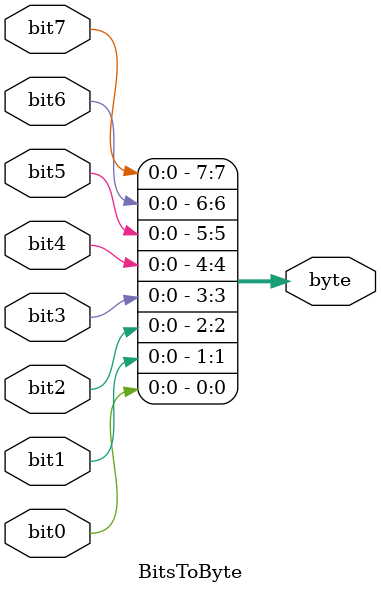
<source format=v>
module BitsToByte(
  input wire bit0,
  input wire bit1,
  input wire bit2,
  input wire bit3,
  input wire bit4,
  input wire bit5,
  input wire bit6,
  input wire bit7,
  output wire [7:0] byte);
  assign byte = { bit7, bit6, bit5, bit4, bit3, bit2, bit1, bit0 };
endmodule

</source>
